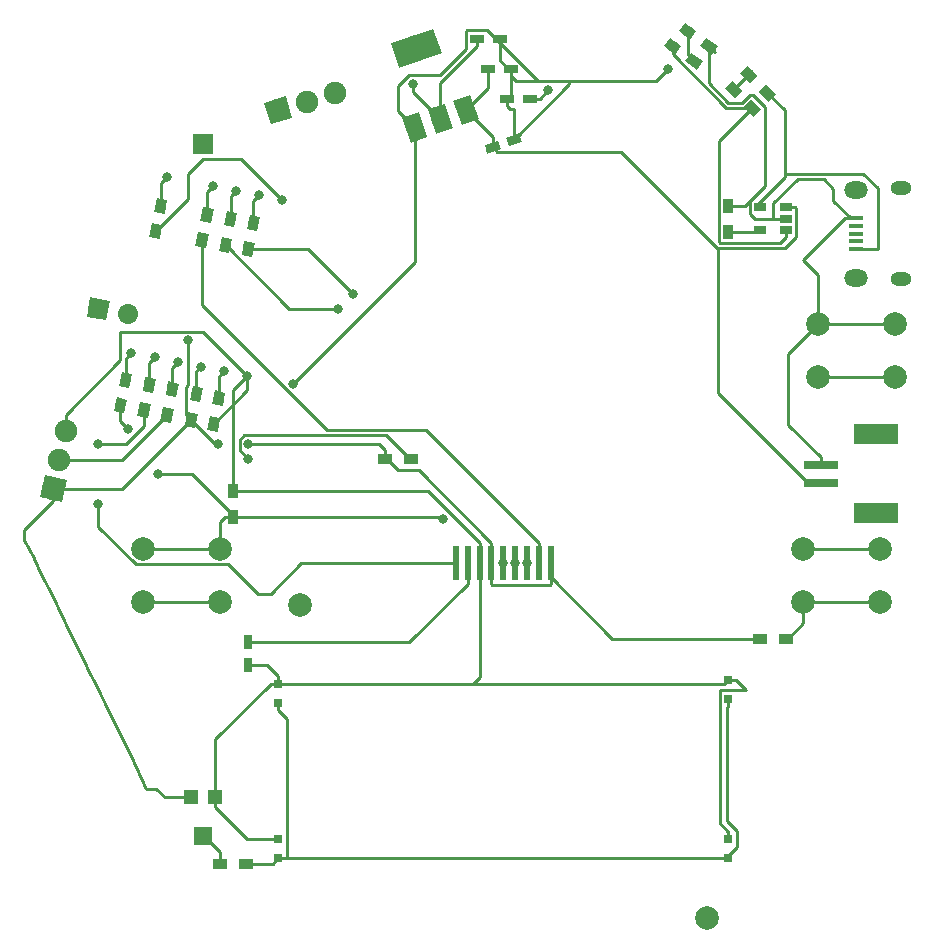
<source format=gbr>
G04 #@! TF.GenerationSoftware,KiCad,Pcbnew,(5.0.0-3-g5ebb6b6)*
G04 #@! TF.CreationDate,2019-01-19T11:57:15+01:00*
G04 #@! TF.ProjectId,Securityfest_2019_badge_beta,5365637572697479666573745F323031,rev?*
G04 #@! TF.SameCoordinates,Original*
G04 #@! TF.FileFunction,Copper,L1,Top,Signal*
G04 #@! TF.FilePolarity,Positive*
%FSLAX46Y46*%
G04 Gerber Fmt 4.6, Leading zero omitted, Abs format (unit mm)*
G04 Created by KiCad (PCBNEW (5.0.0-3-g5ebb6b6)) date 2019 January 19, Saturday 11:57:15*
%MOMM*%
%LPD*%
G01*
G04 APERTURE LIST*
G04 #@! TA.AperFunction,ComponentPad*
%ADD10C,2.000000*%
G04 #@! TD*
G04 #@! TA.AperFunction,ComponentPad*
%ADD11R,1.700000X1.700000*%
G04 #@! TD*
G04 #@! TA.AperFunction,ComponentPad*
%ADD12C,1.700000*%
G04 #@! TD*
G04 #@! TA.AperFunction,Conductor*
%ADD13C,0.100000*%
G04 #@! TD*
G04 #@! TA.AperFunction,Conductor*
%ADD14C,1.700000*%
G04 #@! TD*
G04 #@! TA.AperFunction,SMDPad,CuDef*
%ADD15R,1.600000X1.500000*%
G04 #@! TD*
G04 #@! TA.AperFunction,SMDPad,CuDef*
%ADD16R,1.200000X1.200000*%
G04 #@! TD*
G04 #@! TA.AperFunction,SMDPad,CuDef*
%ADD17R,0.800000X0.800000*%
G04 #@! TD*
G04 #@! TA.AperFunction,SMDPad,CuDef*
%ADD18R,1.200000X0.750000*%
G04 #@! TD*
G04 #@! TA.AperFunction,SMDPad,CuDef*
%ADD19C,0.750000*%
G04 #@! TD*
G04 #@! TA.AperFunction,SMDPad,CuDef*
%ADD20R,0.750000X1.200000*%
G04 #@! TD*
G04 #@! TA.AperFunction,SMDPad,CuDef*
%ADD21C,0.900000*%
G04 #@! TD*
G04 #@! TA.AperFunction,ComponentPad*
%ADD22O,1.800000X1.150000*%
G04 #@! TD*
G04 #@! TA.AperFunction,ComponentPad*
%ADD23O,2.000000X1.450000*%
G04 #@! TD*
G04 #@! TA.AperFunction,SMDPad,CuDef*
%ADD24R,1.300000X0.450000*%
G04 #@! TD*
G04 #@! TA.AperFunction,SMDPad,CuDef*
%ADD25R,3.800000X1.800000*%
G04 #@! TD*
G04 #@! TA.AperFunction,SMDPad,CuDef*
%ADD26R,3.000000X0.800000*%
G04 #@! TD*
G04 #@! TA.AperFunction,SMDPad,CuDef*
%ADD27R,0.900000X1.200000*%
G04 #@! TD*
G04 #@! TA.AperFunction,SMDPad,CuDef*
%ADD28R,1.200000X0.900000*%
G04 #@! TD*
G04 #@! TA.AperFunction,ComponentPad*
%ADD29C,1.900000*%
G04 #@! TD*
G04 #@! TA.AperFunction,SMDPad,CuDef*
%ADD30R,1.060000X0.650000*%
G04 #@! TD*
G04 #@! TA.AperFunction,SMDPad,CuDef*
%ADD31C,1.500000*%
G04 #@! TD*
G04 #@! TA.AperFunction,SMDPad,CuDef*
%ADD32C,2.200000*%
G04 #@! TD*
G04 #@! TA.AperFunction,ViaPad*
%ADD33C,2.000000*%
G04 #@! TD*
G04 #@! TA.AperFunction,SMDPad,CuDef*
%ADD34R,0.600000X3.000000*%
G04 #@! TD*
G04 #@! TA.AperFunction,ViaPad*
%ADD35C,0.800000*%
G04 #@! TD*
G04 #@! TA.AperFunction,Conductor*
%ADD36C,0.250000*%
G04 #@! TD*
G04 APERTURE END LIST*
D10*
G04 #@! TO.P,SW3,1*
G04 #@! TO.N,GND*
X185570000Y-69850000D03*
G04 #@! TO.P,SW3,2*
G04 #@! TO.N,Net-(SW3-Pad2)*
X185570000Y-74350000D03*
G04 #@! TO.P,SW3,1*
G04 #@! TO.N,GND*
X179070000Y-69850000D03*
G04 #@! TO.P,SW3,2*
G04 #@! TO.N,Net-(SW3-Pad2)*
X179070000Y-74350000D03*
G04 #@! TD*
D11*
G04 #@! TO.P,GPIO16,1*
G04 #@! TO.N,Net-(J3-Pad1)*
X127000000Y-54610000D03*
G04 #@! TD*
D12*
G04 #@! TO.P,TX/RX,1*
G04 #@! TO.N,Net-(J4-Pad1)*
X118110000Y-68580000D03*
D13*
G04 #@! TD*
G04 #@! TO.N,Net-(J4-Pad1)*
G04 #@! TO.C,TX/RX*
G36*
X117113429Y-69252195D02*
X117437805Y-67583429D01*
X119106571Y-67907805D01*
X118782195Y-69576571D01*
X117113429Y-69252195D01*
X117113429Y-69252195D01*
G37*
D12*
G04 #@! TO.P,TX/RX,2*
G04 #@! TO.N,Net-(J4-Pad2)*
X120603333Y-69064655D03*
D14*
G04 #@! TD*
G04 #@! TO.N,Net-(J4-Pad2)*
G04 #@! TO.C,TX/RX*
X120603333Y-69064655D02*
X120603333Y-69064655D01*
D15*
G04 #@! TO.P,RV1,2*
G04 #@! TO.N,Net-(R7-Pad2)*
X127000000Y-113210000D03*
D16*
G04 #@! TO.P,RV1,1*
G04 #@! TO.N,GND*
X128000000Y-109960000D03*
G04 #@! TO.P,RV1,3*
G04 #@! TO.N,+3V3*
X126000000Y-109960000D03*
G04 #@! TD*
D17*
G04 #@! TO.P,D6,1*
G04 #@! TO.N,GND*
X171450000Y-113500000D03*
G04 #@! TO.P,D6,2*
G04 #@! TO.N,Net-(D3-Pad2)*
X171450000Y-115100000D03*
G04 #@! TD*
G04 #@! TO.P,D5,2*
G04 #@! TO.N,Net-(D3-Pad2)*
X171450000Y-101600000D03*
G04 #@! TO.P,D5,1*
G04 #@! TO.N,GND*
X171450000Y-100000000D03*
G04 #@! TD*
G04 #@! TO.P,D3,2*
G04 #@! TO.N,Net-(D3-Pad2)*
X133350000Y-101930000D03*
G04 #@! TO.P,D3,1*
G04 #@! TO.N,GND*
X133350000Y-100330000D03*
G04 #@! TD*
G04 #@! TO.P,D4,2*
G04 #@! TO.N,Net-(D3-Pad2)*
X133350000Y-115100000D03*
G04 #@! TO.P,D4,1*
G04 #@! TO.N,GND*
X133350000Y-113500000D03*
G04 #@! TD*
D18*
G04 #@! TO.P,C1,2*
G04 #@! TO.N,Net-(C1-Pad2)*
X154620000Y-50800000D03*
G04 #@! TO.P,C1,1*
G04 #@! TO.N,GND*
X152720000Y-50800000D03*
G04 #@! TD*
G04 #@! TO.P,C2,2*
G04 #@! TO.N,Net-(C2-Pad2)*
X151130000Y-48260000D03*
G04 #@! TO.P,C2,1*
G04 #@! TO.N,GND*
X153030000Y-48260000D03*
G04 #@! TD*
D19*
G04 #@! TO.P,C3,1*
G04 #@! TO.N,GND*
X153298243Y-54300710D03*
D13*
G04 #@! TD*
G04 #@! TO.N,GND*
G04 #@! TO.C,C3*
G36*
X153743466Y-53750800D02*
X153987642Y-54459939D01*
X152853020Y-54850620D01*
X152608844Y-54141481D01*
X153743466Y-53750800D01*
X153743466Y-53750800D01*
G37*
D19*
G04 #@! TO.P,C3,2*
G04 #@! TO.N,Net-(C2-Pad2)*
X151501757Y-54919290D03*
D13*
G04 #@! TD*
G04 #@! TO.N,Net-(C2-Pad2)*
G04 #@! TO.C,C3*
G36*
X151946980Y-54369380D02*
X152191156Y-55078519D01*
X151056534Y-55469200D01*
X150812358Y-54760061D01*
X151946980Y-54369380D01*
X151946980Y-54369380D01*
G37*
D18*
G04 #@! TO.P,C4,2*
G04 #@! TO.N,/3.3V*
X150180000Y-45720000D03*
G04 #@! TO.P,C4,1*
G04 #@! TO.N,GND*
X152080000Y-45720000D03*
G04 #@! TD*
D20*
G04 #@! TO.P,C5,1*
G04 #@! TO.N,GND*
X130810000Y-98740000D03*
G04 #@! TO.P,C5,2*
G04 #@! TO.N,Net-(C5-Pad2)*
X130810000Y-96840000D03*
G04 #@! TD*
D21*
G04 #@! TO.P,D1,2*
G04 #@! TO.N,Net-(C1-Pad2)*
X174767817Y-50307817D03*
D13*
G04 #@! TD*
G04 #@! TO.N,Net-(C1-Pad2)*
G04 #@! TO.C,D1*
G36*
X174025355Y-50201751D02*
X174661751Y-49565355D01*
X175510279Y-50413883D01*
X174873883Y-51050279D01*
X174025355Y-50201751D01*
X174025355Y-50201751D01*
G37*
D21*
G04 #@! TO.P,D1,1*
G04 #@! TO.N,Net-(D1-Pad1)*
X173212183Y-48752183D03*
D13*
G04 #@! TD*
G04 #@! TO.N,Net-(D1-Pad1)*
G04 #@! TO.C,D1*
G36*
X172469721Y-48646117D02*
X173106117Y-48009721D01*
X173954645Y-48858249D01*
X173318249Y-49494645D01*
X172469721Y-48646117D01*
X172469721Y-48646117D01*
G37*
D21*
G04 #@! TO.P,D2,2*
G04 #@! TO.N,Net-(D2-Pad2)*
X168008933Y-45089066D03*
D13*
G04 #@! TD*
G04 #@! TO.N,Net-(D2-Pad2)*
G04 #@! TO.C,D2*
G36*
X168758534Y-45064593D02*
X168242315Y-45801830D01*
X167259332Y-45113539D01*
X167775551Y-44376302D01*
X168758534Y-45064593D01*
X168758534Y-45064593D01*
G37*
D21*
G04 #@! TO.P,D2,1*
G04 #@! TO.N,GND*
X169811067Y-46350934D03*
D13*
G04 #@! TD*
G04 #@! TO.N,GND*
G04 #@! TO.C,D2*
G36*
X170560668Y-46326461D02*
X170044449Y-47063698D01*
X169061466Y-46375407D01*
X169577685Y-45638170D01*
X170560668Y-46326461D01*
X170560668Y-46326461D01*
G37*
D22*
G04 #@! TO.P,J1,6*
G04 #@! TO.N,N/C*
X186100000Y-58355000D03*
X186100000Y-66105000D03*
D23*
X182300000Y-58505000D03*
X182300000Y-65955000D03*
D24*
G04 #@! TO.P,J1,5*
G04 #@! TO.N,GND*
X182250000Y-60930000D03*
G04 #@! TO.P,J1,4*
G04 #@! TO.N,Net-(J1-Pad4)*
X182250000Y-61580000D03*
G04 #@! TO.P,J1,3*
G04 #@! TO.N,Net-(J1-Pad3)*
X182250000Y-62230000D03*
G04 #@! TO.P,J1,2*
G04 #@! TO.N,Net-(J1-Pad2)*
X182250000Y-62880000D03*
G04 #@! TO.P,J1,1*
G04 #@! TO.N,Net-(C1-Pad2)*
X182250000Y-63530000D03*
G04 #@! TD*
D25*
G04 #@! TO.P,J2,*
G04 #@! TO.N,*
X183960000Y-85900000D03*
X183960000Y-79200000D03*
D26*
G04 #@! TO.P,J2,2*
G04 #@! TO.N,GND*
X179260000Y-81800000D03*
G04 #@! TO.P,J2,1*
G04 #@! TO.N,Net-(C2-Pad2)*
X179260000Y-83300000D03*
G04 #@! TD*
D27*
G04 #@! TO.P,R1,1*
G04 #@! TO.N,Net-(R1-Pad1)*
X171450000Y-62060000D03*
G04 #@! TO.P,R1,2*
G04 #@! TO.N,GND*
X171450000Y-59860000D03*
G04 #@! TD*
D21*
G04 #@! TO.P,R2,1*
G04 #@! TO.N,Net-(D1-Pad1)*
X171942183Y-50022183D03*
D13*
G04 #@! TD*
G04 #@! TO.N,Net-(D1-Pad1)*
G04 #@! TO.C,R2*
G36*
X171199721Y-49916117D02*
X171836117Y-49279721D01*
X172684645Y-50128249D01*
X172048249Y-50764645D01*
X171199721Y-49916117D01*
X171199721Y-49916117D01*
G37*
D21*
G04 #@! TO.P,R2,2*
G04 #@! TO.N,Net-(R2-Pad2)*
X173497817Y-51577817D03*
D13*
G04 #@! TD*
G04 #@! TO.N,Net-(R2-Pad2)*
G04 #@! TO.C,R2*
G36*
X172755355Y-51471751D02*
X173391751Y-50835355D01*
X174240279Y-51683883D01*
X173603883Y-52320279D01*
X172755355Y-51471751D01*
X172755355Y-51471751D01*
G37*
D21*
G04 #@! TO.P,R3,2*
G04 #@! TO.N,Net-(R2-Pad2)*
X166738933Y-46359066D03*
D13*
G04 #@! TD*
G04 #@! TO.N,Net-(R2-Pad2)*
G04 #@! TO.C,R3*
G36*
X167488534Y-46334593D02*
X166972315Y-47071830D01*
X165989332Y-46383539D01*
X166505551Y-45646302D01*
X167488534Y-46334593D01*
X167488534Y-46334593D01*
G37*
D21*
G04 #@! TO.P,R3,1*
G04 #@! TO.N,Net-(D2-Pad2)*
X168541067Y-47620934D03*
D13*
G04 #@! TD*
G04 #@! TO.N,Net-(D2-Pad2)*
G04 #@! TO.C,R3*
G36*
X169290668Y-47596461D02*
X168774449Y-48333698D01*
X167791466Y-47645407D01*
X168307685Y-46908170D01*
X169290668Y-47596461D01*
X169290668Y-47596461D01*
G37*
D28*
G04 #@! TO.P,R4,1*
G04 #@! TO.N,+3V3*
X142410000Y-81280000D03*
G04 #@! TO.P,R4,2*
G04 #@! TO.N,Net-(R4-Pad2)*
X144610000Y-81280000D03*
G04 #@! TD*
G04 #@! TO.P,R5,2*
G04 #@! TO.N,Net-(R5-Pad2)*
X176360000Y-96520000D03*
G04 #@! TO.P,R5,1*
G04 #@! TO.N,+3V3*
X174160000Y-96520000D03*
G04 #@! TD*
D27*
G04 #@! TO.P,R6,2*
G04 #@! TO.N,GND*
X129540000Y-83990000D03*
G04 #@! TO.P,R6,1*
G04 #@! TO.N,Net-(R6-Pad1)*
X129540000Y-86190000D03*
G04 #@! TD*
D28*
G04 #@! TO.P,R7,2*
G04 #@! TO.N,Net-(R7-Pad2)*
X128440000Y-115570000D03*
G04 #@! TO.P,R7,1*
G04 #@! TO.N,Net-(D3-Pad2)*
X130640000Y-115570000D03*
G04 #@! TD*
D21*
G04 #@! TO.P,R8,2*
G04 #@! TO.N,+3V3*
X122974459Y-62038676D03*
D13*
G04 #@! TD*
G04 #@! TO.N,+3V3*
G04 #@! TO.C,R8*
G36*
X122650750Y-61362131D02*
X123533303Y-61538483D01*
X123298168Y-62715221D01*
X122415615Y-62538869D01*
X122650750Y-61362131D01*
X122650750Y-61362131D01*
G37*
D21*
G04 #@! TO.P,R8,1*
G04 #@! TO.N,Net-(R8-Pad1)*
X123405541Y-59881324D03*
D13*
G04 #@! TD*
G04 #@! TO.N,Net-(R8-Pad1)*
G04 #@! TO.C,R8*
G36*
X123081832Y-59204779D02*
X123964385Y-59381131D01*
X123729250Y-60557869D01*
X122846697Y-60381517D01*
X123081832Y-59204779D01*
X123081832Y-59204779D01*
G37*
D21*
G04 #@! TO.P,R9,2*
G04 #@! TO.N,Net-(R9-Pad2)*
X126884459Y-62778676D03*
D13*
G04 #@! TD*
G04 #@! TO.N,Net-(R9-Pad2)*
G04 #@! TO.C,R9*
G36*
X126560750Y-62102131D02*
X127443303Y-62278483D01*
X127208168Y-63455221D01*
X126325615Y-63278869D01*
X126560750Y-62102131D01*
X126560750Y-62102131D01*
G37*
D21*
G04 #@! TO.P,R9,1*
G04 #@! TO.N,Net-(R9-Pad1)*
X127315541Y-60621324D03*
D13*
G04 #@! TD*
G04 #@! TO.N,Net-(R9-Pad1)*
G04 #@! TO.C,R9*
G36*
X126991832Y-59944779D02*
X127874385Y-60121131D01*
X127639250Y-61297869D01*
X126756697Y-61121517D01*
X126991832Y-59944779D01*
X126991832Y-59944779D01*
G37*
D21*
G04 #@! TO.P,R10,1*
G04 #@! TO.N,Net-(R10-Pad1)*
X129315541Y-61021324D03*
D13*
G04 #@! TD*
G04 #@! TO.N,Net-(R10-Pad1)*
G04 #@! TO.C,R10*
G36*
X128991832Y-60344779D02*
X129874385Y-60521131D01*
X129639250Y-61697869D01*
X128756697Y-61521517D01*
X128991832Y-60344779D01*
X128991832Y-60344779D01*
G37*
D21*
G04 #@! TO.P,R10,2*
G04 #@! TO.N,Net-(R10-Pad2)*
X128884459Y-63178676D03*
D13*
G04 #@! TD*
G04 #@! TO.N,Net-(R10-Pad2)*
G04 #@! TO.C,R10*
G36*
X128560750Y-62502131D02*
X129443303Y-62678483D01*
X129208168Y-63855221D01*
X128325615Y-63678869D01*
X128560750Y-62502131D01*
X128560750Y-62502131D01*
G37*
D21*
G04 #@! TO.P,R11,2*
G04 #@! TO.N,Net-(R11-Pad2)*
X130810000Y-63500000D03*
D13*
G04 #@! TD*
G04 #@! TO.N,Net-(R11-Pad2)*
G04 #@! TO.C,R11*
G36*
X130486291Y-62823455D02*
X131368844Y-62999807D01*
X131133709Y-64176545D01*
X130251156Y-64000193D01*
X130486291Y-62823455D01*
X130486291Y-62823455D01*
G37*
D21*
G04 #@! TO.P,R11,1*
G04 #@! TO.N,Net-(R11-Pad1)*
X131241082Y-61342648D03*
D13*
G04 #@! TD*
G04 #@! TO.N,Net-(R11-Pad1)*
G04 #@! TO.C,R11*
G36*
X130917373Y-60666103D02*
X131799926Y-60842455D01*
X131564791Y-62019193D01*
X130682238Y-61842841D01*
X130917373Y-60666103D01*
X130917373Y-60666103D01*
G37*
D21*
G04 #@! TO.P,R12,1*
G04 #@! TO.N,Net-(R12-Pad1)*
X119984459Y-76778676D03*
D13*
G04 #@! TD*
G04 #@! TO.N,Net-(R12-Pad1)*
G04 #@! TO.C,R12*
G36*
X120308168Y-77455221D02*
X119425615Y-77278869D01*
X119660750Y-76102131D01*
X120543303Y-76278483D01*
X120308168Y-77455221D01*
X120308168Y-77455221D01*
G37*
D21*
G04 #@! TO.P,R12,2*
G04 #@! TO.N,Net-(R12-Pad2)*
X120415541Y-74621324D03*
D13*
G04 #@! TD*
G04 #@! TO.N,Net-(R12-Pad2)*
G04 #@! TO.C,R12*
G36*
X120739250Y-75297869D02*
X119856697Y-75121517D01*
X120091832Y-73944779D01*
X120974385Y-74121131D01*
X120739250Y-75297869D01*
X120739250Y-75297869D01*
G37*
D21*
G04 #@! TO.P,R13,2*
G04 #@! TO.N,Net-(R13-Pad2)*
X122415541Y-75021324D03*
D13*
G04 #@! TD*
G04 #@! TO.N,Net-(R13-Pad2)*
G04 #@! TO.C,R13*
G36*
X122739250Y-75697869D02*
X121856697Y-75521517D01*
X122091832Y-74344779D01*
X122974385Y-74521131D01*
X122739250Y-75697869D01*
X122739250Y-75697869D01*
G37*
D21*
G04 #@! TO.P,R13,1*
G04 #@! TO.N,Net-(R13-Pad1)*
X121984459Y-77178676D03*
D13*
G04 #@! TD*
G04 #@! TO.N,Net-(R13-Pad1)*
G04 #@! TO.C,R13*
G36*
X122308168Y-77855221D02*
X121425615Y-77678869D01*
X121660750Y-76502131D01*
X122543303Y-76678483D01*
X122308168Y-77855221D01*
X122308168Y-77855221D01*
G37*
D21*
G04 #@! TO.P,R14,1*
G04 #@! TO.N,Net-(R14-Pad1)*
X123934459Y-77578676D03*
D13*
G04 #@! TD*
G04 #@! TO.N,Net-(R14-Pad1)*
G04 #@! TO.C,R14*
G36*
X124258168Y-78255221D02*
X123375615Y-78078869D01*
X123610750Y-76902131D01*
X124493303Y-77078483D01*
X124258168Y-78255221D01*
X124258168Y-78255221D01*
G37*
D21*
G04 #@! TO.P,R14,2*
G04 #@! TO.N,Net-(R14-Pad2)*
X124365541Y-75421324D03*
D13*
G04 #@! TD*
G04 #@! TO.N,Net-(R14-Pad2)*
G04 #@! TO.C,R14*
G36*
X124689250Y-76097869D02*
X123806697Y-75921517D01*
X124041832Y-74744779D01*
X124924385Y-74921131D01*
X124689250Y-76097869D01*
X124689250Y-76097869D01*
G37*
D21*
G04 #@! TO.P,R15,1*
G04 #@! TO.N,+3V3*
X125984459Y-77978676D03*
D13*
G04 #@! TD*
G04 #@! TO.N,+3V3*
G04 #@! TO.C,R15*
G36*
X126308168Y-78655221D02*
X125425615Y-78478869D01*
X125660750Y-77302131D01*
X126543303Y-77478483D01*
X126308168Y-78655221D01*
X126308168Y-78655221D01*
G37*
D21*
G04 #@! TO.P,R15,2*
G04 #@! TO.N,Net-(R15-Pad2)*
X126415541Y-75821324D03*
D13*
G04 #@! TD*
G04 #@! TO.N,Net-(R15-Pad2)*
G04 #@! TO.C,R15*
G36*
X126739250Y-76497869D02*
X125856697Y-76321517D01*
X126091832Y-75144779D01*
X126974385Y-75321131D01*
X126739250Y-76497869D01*
X126739250Y-76497869D01*
G37*
D21*
G04 #@! TO.P,R16,1*
G04 #@! TO.N,GND*
X127884459Y-78338676D03*
D13*
G04 #@! TD*
G04 #@! TO.N,GND*
G04 #@! TO.C,R16*
G36*
X128208168Y-79015221D02*
X127325615Y-78838869D01*
X127560750Y-77662131D01*
X128443303Y-77838483D01*
X128208168Y-79015221D01*
X128208168Y-79015221D01*
G37*
D21*
G04 #@! TO.P,R16,2*
G04 #@! TO.N,Net-(R16-Pad2)*
X128315541Y-76181324D03*
D13*
G04 #@! TD*
G04 #@! TO.N,Net-(R16-Pad2)*
G04 #@! TO.C,R16*
G36*
X128639250Y-76857869D02*
X127756697Y-76681517D01*
X127991832Y-75504779D01*
X128874385Y-75681131D01*
X128639250Y-76857869D01*
X128639250Y-76857869D01*
G37*
D29*
G04 #@! TO.P,S1,1*
G04 #@! TO.N,+3V3*
X133350000Y-51800000D03*
D13*
G04 #@! TD*
G04 #@! TO.N,+3V3*
G04 #@! TO.C,S1*
G36*
X132719264Y-52986243D02*
X132163757Y-51169264D01*
X133980736Y-50613757D01*
X134536243Y-52430736D01*
X132719264Y-52986243D01*
X132719264Y-52986243D01*
G37*
D29*
G04 #@! TO.P,S1,2*
G04 #@! TO.N,/3.3V*
X135740762Y-51069071D03*
G04 #@! TO.P,S1,3*
G04 #@! TO.N,Net-(S1-Pad3)*
X138131524Y-50338141D03*
G04 #@! TD*
G04 #@! TO.P,S2,3*
G04 #@! TO.N,GND*
X115339558Y-78929262D03*
G04 #@! TO.P,S2,2*
G04 #@! TO.N,Net-(R14-Pad1)*
X114819779Y-81374631D03*
G04 #@! TO.P,S2,1*
G04 #@! TO.N,+3V3*
X114300000Y-83820000D03*
D13*
G04 #@! TD*
G04 #@! TO.N,+3V3*
G04 #@! TO.C,S2*
G36*
X115031724Y-84946756D02*
X113173244Y-84551724D01*
X113568276Y-82693244D01*
X115426756Y-83088276D01*
X115031724Y-84946756D01*
X115031724Y-84946756D01*
G37*
D10*
G04 #@! TO.P,SW1,1*
G04 #@! TO.N,Net-(R6-Pad1)*
X128420000Y-88900000D03*
G04 #@! TO.P,SW1,2*
G04 #@! TO.N,Net-(R4-Pad2)*
X128420000Y-93400000D03*
G04 #@! TO.P,SW1,1*
G04 #@! TO.N,Net-(R6-Pad1)*
X121920000Y-88900000D03*
G04 #@! TO.P,SW1,2*
G04 #@! TO.N,Net-(R4-Pad2)*
X121920000Y-93400000D03*
G04 #@! TD*
G04 #@! TO.P,SW2,2*
G04 #@! TO.N,Net-(R5-Pad2)*
X177800000Y-93400000D03*
G04 #@! TO.P,SW2,1*
G04 #@! TO.N,Net-(R6-Pad1)*
X177800000Y-88900000D03*
G04 #@! TO.P,SW2,2*
G04 #@! TO.N,Net-(R5-Pad2)*
X184300000Y-93400000D03*
G04 #@! TO.P,SW2,1*
G04 #@! TO.N,Net-(R6-Pad1)*
X184300000Y-88900000D03*
G04 #@! TD*
D30*
G04 #@! TO.P,U1,5*
G04 #@! TO.N,Net-(R1-Pad1)*
X174160000Y-61910000D03*
G04 #@! TO.P,U1,4*
G04 #@! TO.N,Net-(C1-Pad2)*
X174160000Y-60010000D03*
G04 #@! TO.P,U1,3*
G04 #@! TO.N,Net-(C2-Pad2)*
X176360000Y-60010000D03*
G04 #@! TO.P,U1,2*
G04 #@! TO.N,GND*
X176360000Y-60960000D03*
G04 #@! TO.P,U1,1*
G04 #@! TO.N,Net-(R2-Pad2)*
X176360000Y-61910000D03*
G04 #@! TD*
D31*
G04 #@! TO.P,U2,3*
G04 #@! TO.N,Net-(C2-Pad2)*
X149250232Y-51759577D03*
D13*
G04 #@! TD*
G04 #@! TO.N,Net-(C2-Pad2)*
G04 #@! TO.C,U2*
G36*
X148899218Y-53043824D02*
X148182968Y-50963683D01*
X149601246Y-50475330D01*
X150317496Y-52555471D01*
X148899218Y-53043824D01*
X148899218Y-53043824D01*
G37*
D31*
G04 #@! TO.P,U2,2*
G04 #@! TO.N,/3.3V*
X147075540Y-52508384D03*
D13*
G04 #@! TD*
G04 #@! TO.N,/3.3V*
G04 #@! TO.C,U2*
G36*
X146724526Y-53792631D02*
X146008276Y-51712490D01*
X147426554Y-51224137D01*
X148142804Y-53304278D01*
X146724526Y-53792631D01*
X146724526Y-53792631D01*
G37*
D31*
G04 #@! TO.P,U2,1*
G04 #@! TO.N,GND*
X144900847Y-53257190D03*
D13*
G04 #@! TD*
G04 #@! TO.N,GND*
G04 #@! TO.C,U2*
G36*
X144549833Y-54541437D02*
X143833583Y-52461296D01*
X145251861Y-51972943D01*
X145968111Y-54053084D01*
X144549833Y-54541437D01*
X144549833Y-54541437D01*
G37*
D32*
G04 #@! TO.P,U2,4*
G04 #@! TO.N,N/C*
X145024460Y-46551616D03*
D13*
G04 #@! TD*
G04 #@! TO.N,N/C*
G04 #@! TO.C,U2*
G36*
X143586100Y-48210266D02*
X142869850Y-46130125D01*
X146462820Y-44892966D01*
X147179070Y-46973107D01*
X143586100Y-48210266D01*
X143586100Y-48210266D01*
G37*
D33*
G04 #@! TO.N,*
G04 #@! TO.C,U3*
X169650000Y-120130000D03*
D34*
G04 #@! TD*
G04 #@! TO.P,U3,9*
G04 #@! TO.N,+3V3*
X156400000Y-90130000D03*
G04 #@! TO.P,U3,8*
G04 #@! TO.N,Net-(R9-Pad2)*
X155400000Y-90130000D03*
G04 #@! TO.P,U3,7*
G04 #@! TO.N,Net-(R11-Pad2)*
X154400000Y-90130000D03*
G04 #@! TO.P,U3,6*
G04 #@! TO.N,Net-(R10-Pad2)*
X153400000Y-90130000D03*
G04 #@! TO.P,U3,1*
G04 #@! TO.N,Net-(R13-Pad1)*
X148400000Y-90130000D03*
G04 #@! TO.P,U3,2*
G04 #@! TO.N,Net-(C5-Pad2)*
X149400000Y-90130000D03*
G04 #@! TO.P,U3,5*
G04 #@! TO.N,Net-(R12-Pad1)*
X152400000Y-90130000D03*
G04 #@! TO.P,U3,4*
G04 #@! TO.N,+3V3*
X151400000Y-90130000D03*
G04 #@! TO.P,U3,3*
G04 #@! TO.N,GND*
X150400000Y-90130000D03*
D33*
G04 #@! TD*
G04 #@! TO.N,*
G04 #@! TO.C,U3*
X135150000Y-93630000D03*
D35*
G04 #@! TO.N,Net-(C1-Pad2)*
X156210000Y-50065000D03*
X174767817Y-50307817D03*
G04 #@! TO.N,GND*
X134620000Y-74930000D03*
X130727263Y-74280106D03*
X166370000Y-48260000D03*
X169811067Y-46350934D03*
G04 #@! TO.N,/3.3V*
X144780000Y-49530000D03*
G04 #@! TO.N,+3V3*
X128270000Y-80010000D03*
X130810000Y-80010000D03*
X133705645Y-59374763D03*
X125730000Y-71259469D03*
X122974459Y-62038676D03*
G04 #@! TO.N,Net-(R4-Pad2)*
X130810000Y-81280000D03*
X128420000Y-93400000D03*
G04 #@! TO.N,Net-(R6-Pad1)*
X123190000Y-82550000D03*
X147320000Y-86360000D03*
X177800000Y-88900000D03*
G04 #@! TO.N,Net-(R8-Pad1)*
X123899498Y-57415302D03*
G04 #@! TO.N,Net-(R9-Pad1)*
X127821957Y-58199086D03*
G04 #@! TO.N,Net-(R10-Pad1)*
X129783186Y-58590979D03*
G04 #@! TO.N,Net-(R10-Pad2)*
X138430000Y-68580000D03*
X153400000Y-90130000D03*
G04 #@! TO.N,Net-(R11-Pad2)*
X139700000Y-67310000D03*
X154400000Y-90130000D03*
G04 #@! TO.N,Net-(R11-Pad1)*
X131744415Y-58982871D03*
G04 #@! TO.N,Net-(R12-Pad1)*
X120650000Y-78740000D03*
X152400000Y-90130000D03*
G04 #@! TO.N,Net-(R12-Pad2)*
X120921117Y-72320644D03*
G04 #@! TO.N,Net-(R13-Pad2)*
X122882346Y-72712537D03*
G04 #@! TO.N,Net-(R13-Pad1)*
X118110000Y-85090000D03*
X118110000Y-80010000D03*
G04 #@! TO.N,Net-(R14-Pad2)*
X124843575Y-73104429D03*
G04 #@! TO.N,Net-(R15-Pad2)*
X126804805Y-73496321D03*
G04 #@! TO.N,Net-(R16-Pad2)*
X128766034Y-73888214D03*
G04 #@! TO.N,Net-(SW3-Pad2)*
X179070000Y-74350000D03*
G04 #@! TD*
D36*
G04 #@! TO.N,Net-(C1-Pad2)*
X174160000Y-59860000D02*
X174160000Y-60010000D01*
X173990000Y-59690000D02*
X174160000Y-59860000D01*
X176225010Y-57454990D02*
X173990000Y-59690000D01*
X182880000Y-57150000D02*
X176225010Y-57150000D01*
X176225010Y-57150000D02*
X176225010Y-57454990D01*
X184120000Y-58390000D02*
X182880000Y-57150000D01*
X184120000Y-63530000D02*
X184120000Y-58390000D01*
X182250000Y-63530000D02*
X184120000Y-63530000D01*
X176225010Y-51765010D02*
X174767817Y-50307817D01*
X176225010Y-57150000D02*
X176225010Y-51765010D01*
X155475000Y-50800000D02*
X156210000Y-50065000D01*
X154620000Y-50800000D02*
X155475000Y-50800000D01*
G04 #@! TO.N,GND*
X176390000Y-60930000D02*
X176360000Y-60960000D01*
X175260000Y-60960000D02*
X175580000Y-60960000D01*
X173304999Y-60595001D02*
X173669998Y-60960000D01*
X173669998Y-60960000D02*
X175260000Y-60960000D01*
X173304999Y-59424999D02*
X173304999Y-60595001D01*
X181825000Y-60930000D02*
X180340000Y-59445000D01*
X177329988Y-57600010D02*
X175260000Y-59669998D01*
X175260000Y-59669998D02*
X175260000Y-60960000D01*
X179520010Y-57600010D02*
X177329988Y-57600010D01*
X180340000Y-59445000D02*
X180340000Y-58420000D01*
X180340000Y-58420000D02*
X179520010Y-57600010D01*
X182250000Y-60930000D02*
X181825000Y-60930000D01*
X172869998Y-59860000D02*
X173304999Y-59424999D01*
X171450000Y-59860000D02*
X172869998Y-59860000D01*
X152805000Y-48260000D02*
X153030000Y-48260000D01*
X152080000Y-47535000D02*
X152805000Y-48260000D01*
X152080000Y-45720000D02*
X152080000Y-47535000D01*
X153030000Y-50490000D02*
X152720000Y-50800000D01*
X153030000Y-48260000D02*
X153030000Y-50490000D01*
X153298243Y-54300710D02*
X153298243Y-51698243D01*
X152720000Y-51425000D02*
X152720000Y-50800000D01*
X152993243Y-51698243D02*
X152720000Y-51425000D01*
X153298243Y-51698243D02*
X152993243Y-51698243D01*
X169811067Y-46350934D02*
X170312586Y-46852453D01*
X174565289Y-58164709D02*
X173304999Y-59424999D01*
X172639663Y-51127807D02*
X173257125Y-50510345D01*
X169811067Y-49488233D02*
X171450641Y-51127807D01*
X173257125Y-50510345D02*
X173526377Y-50510345D01*
X171450641Y-51127807D02*
X172639663Y-51127807D01*
X169811067Y-46350934D02*
X169811067Y-49488233D01*
X174565289Y-51549257D02*
X174565289Y-58164709D01*
X173526377Y-50510345D02*
X174565289Y-51549257D01*
X158000000Y-49598953D02*
X158000000Y-49340000D01*
X153298243Y-54300710D02*
X158000000Y-49598953D01*
X144900847Y-64649153D02*
X134620000Y-74930000D01*
X144900847Y-53257190D02*
X144900847Y-64649153D01*
X130727263Y-75495872D02*
X130727263Y-74280106D01*
X127884459Y-78338676D02*
X130727263Y-75495872D01*
X132700000Y-100330000D02*
X133350000Y-100330000D01*
X128000000Y-105030000D02*
X132700000Y-100330000D01*
X128000000Y-109960000D02*
X128000000Y-105030000D01*
X128000000Y-110810000D02*
X128000000Y-109960000D01*
X130690000Y-113500000D02*
X128000000Y-110810000D01*
X133350000Y-113500000D02*
X130690000Y-113500000D01*
X171450000Y-112850000D02*
X171450000Y-113500000D01*
X170724999Y-112124999D02*
X171450000Y-112850000D01*
X170724999Y-100939999D02*
X170724999Y-112124999D01*
X170789999Y-100874999D02*
X170724999Y-100939999D01*
X172974999Y-100874999D02*
X170789999Y-100874999D01*
X172100000Y-100000000D02*
X172974999Y-100874999D01*
X171450000Y-100000000D02*
X172100000Y-100000000D01*
X171120000Y-100330000D02*
X171450000Y-100000000D01*
X150400000Y-90130000D02*
X150400000Y-99790000D01*
X150400000Y-99790000D02*
X149860000Y-100330000D01*
X149860000Y-100330000D02*
X171120000Y-100330000D01*
X133350000Y-100330000D02*
X149860000Y-100330000D01*
X119965531Y-72959787D02*
X119965531Y-70534469D01*
X115339558Y-77585760D02*
X119965531Y-72959787D01*
X115339558Y-78929262D02*
X115339558Y-77585760D01*
X126981626Y-70534469D02*
X130727263Y-74280106D01*
X119965531Y-70534469D02*
X126981626Y-70534469D01*
X150400000Y-88380000D02*
X150400000Y-90130000D01*
X146010000Y-83990000D02*
X150400000Y-88380000D01*
X129540000Y-83990000D02*
X146010000Y-83990000D01*
X129540000Y-75467369D02*
X130727263Y-74280106D01*
X129540000Y-83990000D02*
X129540000Y-75467369D01*
X175580000Y-60960000D02*
X176360000Y-60960000D01*
X181350000Y-60930000D02*
X182250000Y-60930000D01*
X177800000Y-64480000D02*
X181350000Y-60930000D01*
X133350000Y-99680000D02*
X133350000Y-100330000D01*
X132410000Y-98740000D02*
X133350000Y-99680000D01*
X130810000Y-98740000D02*
X132410000Y-98740000D01*
X153030000Y-48885000D02*
X153030000Y-48260000D01*
X153485000Y-49340000D02*
X153030000Y-48885000D01*
X158000000Y-49340000D02*
X153485000Y-49340000D01*
X144431999Y-48804999D02*
X143510000Y-49726998D01*
X147083591Y-48804999D02*
X144431999Y-48804999D01*
X149254999Y-46633591D02*
X147083591Y-48804999D01*
X149254999Y-45084999D02*
X149254999Y-46633591D01*
X149319999Y-45019999D02*
X149254999Y-45084999D01*
X151040001Y-45019999D02*
X149319999Y-45019999D01*
X155360002Y-49340000D02*
X151040001Y-45019999D01*
X158000000Y-49340000D02*
X155360002Y-49340000D01*
X143510000Y-51866343D02*
X144900847Y-53257190D01*
X143510000Y-49726998D02*
X143510000Y-51866343D01*
X179070000Y-65750000D02*
X177800000Y-64480000D01*
X179070000Y-69850000D02*
X179070000Y-65750000D01*
X179070000Y-69850000D02*
X185570000Y-69850000D01*
X179260000Y-81150000D02*
X176530000Y-78420000D01*
X179260000Y-81800000D02*
X179260000Y-81150000D01*
X176530000Y-72390000D02*
X179070000Y-69850000D01*
X176530000Y-78420000D02*
X176530000Y-72390000D01*
X165290000Y-49340000D02*
X166370000Y-48260000D01*
X158000000Y-49340000D02*
X165290000Y-49340000D01*
G04 #@! TO.N,Net-(C2-Pad2)*
X176274992Y-63435010D02*
X170553598Y-63435010D01*
X177215001Y-62495001D02*
X176274992Y-63435010D01*
X177215001Y-60085001D02*
X177215001Y-62495001D01*
X177140000Y-60010000D02*
X177215001Y-60085001D01*
X176360000Y-60010000D02*
X177140000Y-60010000D01*
X151501757Y-54011102D02*
X151501757Y-54919290D01*
X149250232Y-51759577D02*
X151501757Y-54011102D01*
X151130000Y-49879809D02*
X149250232Y-51759577D01*
X151130000Y-48260000D02*
X151130000Y-49879809D01*
X178160000Y-83300000D02*
X170553598Y-75693598D01*
X179260000Y-83300000D02*
X178160000Y-83300000D01*
X151501757Y-54919290D02*
X151867490Y-55285023D01*
X151867490Y-55285023D02*
X162338621Y-55285023D01*
X170553598Y-63500000D02*
X170553598Y-63435010D01*
X162338621Y-55285023D02*
X170553598Y-63500000D01*
X170553598Y-75693598D02*
X170553598Y-63500000D01*
G04 #@! TO.N,/3.3V*
X147075540Y-51245001D02*
X147075540Y-52508384D01*
X147075540Y-49449460D02*
X147075540Y-51245001D01*
X150180000Y-46345000D02*
X147075540Y-49449460D01*
X150180000Y-45720000D02*
X150180000Y-46345000D01*
X144780000Y-50212844D02*
X147075540Y-52508384D01*
X144780000Y-49530000D02*
X144780000Y-50212844D01*
G04 #@! TO.N,Net-(C5-Pad2)*
X149400000Y-91880000D02*
X149400000Y-90130000D01*
X144440000Y-96840000D02*
X149400000Y-91880000D01*
X130810000Y-96840000D02*
X144440000Y-96840000D01*
G04 #@! TO.N,Net-(D1-Pad1)*
X173212183Y-48752183D02*
X171942183Y-50022183D01*
G04 #@! TO.N,Net-(D2-Pad2)*
X168008933Y-47088800D02*
X168541067Y-47620934D01*
X168008933Y-45089066D02*
X168008933Y-47088800D01*
G04 #@! TO.N,Net-(D3-Pad2)*
X132880000Y-115570000D02*
X133350000Y-115100000D01*
X130640000Y-115570000D02*
X132880000Y-115570000D01*
X133350000Y-102580000D02*
X133350000Y-101930000D01*
X134075001Y-103305001D02*
X133350000Y-102580000D01*
X134075001Y-115024999D02*
X134075001Y-103305001D01*
X134000000Y-115100000D02*
X134075001Y-115024999D01*
X133350000Y-115100000D02*
X134000000Y-115100000D01*
X133350000Y-115100000D02*
X171450000Y-115100000D01*
X171450000Y-102250000D02*
X171450000Y-101600000D01*
X171324990Y-111928837D02*
X171324990Y-102375010D01*
X171324990Y-102375010D02*
X171450000Y-102250000D01*
X172175001Y-112778848D02*
X171324990Y-111928837D01*
X172175001Y-114160001D02*
X172175001Y-112778848D01*
X171235002Y-115100000D02*
X172175001Y-114160001D01*
X171450000Y-115100000D02*
X171235002Y-115100000D01*
G04 #@! TO.N,Net-(R1-Pad1)*
X174010000Y-62060000D02*
X174160000Y-61910000D01*
X171450000Y-62060000D02*
X174010000Y-62060000D01*
G04 #@! TO.N,Net-(R2-Pad2)*
X166738933Y-47052509D02*
X166738933Y-47008414D01*
X171264241Y-51577817D02*
X166738933Y-47052509D01*
X166738933Y-47008414D02*
X166738933Y-46359066D01*
X173497817Y-51577817D02*
X171264241Y-51577817D01*
X173108909Y-51966725D02*
X173497817Y-51577817D01*
X170674999Y-62920001D02*
X170674999Y-54400635D01*
X175859999Y-62985001D02*
X170739999Y-62985001D01*
X170739999Y-62985001D02*
X170674999Y-62920001D01*
X176360000Y-62485000D02*
X175859999Y-62985001D01*
X170674999Y-54400635D02*
X173108909Y-51966725D01*
X176360000Y-61910000D02*
X176360000Y-62485000D01*
G04 #@! TO.N,+3V3*
X114300000Y-84891223D02*
X114300000Y-83820000D01*
X111797301Y-88178360D02*
X111808053Y-87727806D01*
X111801153Y-88197913D02*
X111797301Y-88178360D01*
X112249349Y-88943243D02*
X111801153Y-88197913D01*
X112643175Y-89738945D02*
X112645479Y-89731701D01*
X113183409Y-90854400D02*
X112723506Y-89909586D01*
X112723506Y-89909586D02*
X112723072Y-89908662D01*
X116873813Y-98388011D02*
X115652266Y-95900591D01*
X114236040Y-93010556D02*
X113183409Y-90854400D01*
X115652266Y-95900591D02*
X114236040Y-93010556D01*
X112723657Y-89907001D02*
X112643175Y-89738945D01*
X112723072Y-89908662D02*
X112723657Y-89907001D01*
X117359069Y-99374973D02*
X117359076Y-99374952D01*
X117795979Y-100263797D02*
X117359069Y-99374973D01*
X117359076Y-99374952D02*
X116873813Y-98388011D01*
X111808053Y-87727806D02*
X111859664Y-87331559D01*
X117795957Y-100263862D02*
X117795979Y-100263797D01*
X119106488Y-102931827D02*
X117795957Y-100263862D01*
X122188160Y-109220000D02*
X120846854Y-106480756D01*
X120846905Y-106480605D02*
X119106440Y-102931968D01*
X120846854Y-106480756D02*
X120846905Y-106480605D01*
X112245547Y-88958517D02*
X112249349Y-88943243D01*
X123720000Y-109960000D02*
X122980000Y-109220000D01*
X112645479Y-89731701D02*
X112245547Y-88958517D01*
X119106440Y-102931968D02*
X119106488Y-102931827D01*
X122980000Y-109220000D02*
X122188160Y-109220000D01*
X111859664Y-87331559D02*
X114300000Y-84891223D01*
X126000000Y-109960000D02*
X123720000Y-109960000D01*
X120143135Y-83820000D02*
X125984459Y-77978676D01*
X114300000Y-83820000D02*
X120143135Y-83820000D01*
X125984459Y-77978676D02*
X128015783Y-80010000D01*
X128015783Y-80010000D02*
X128270000Y-80010000D01*
X142410000Y-80580000D02*
X142410000Y-81280000D01*
X141840000Y-80010000D02*
X142410000Y-80580000D01*
X130810000Y-80010000D02*
X141840000Y-80010000D01*
X122974459Y-62038676D02*
X125730000Y-59283135D01*
X125730000Y-59283135D02*
X125730000Y-57150000D01*
X125730000Y-57150000D02*
X127000000Y-55880000D01*
X130210882Y-55880000D02*
X133705645Y-59374763D01*
X127000000Y-55880000D02*
X130210882Y-55880000D01*
X156400000Y-91330000D02*
X156400000Y-90130000D01*
X161590000Y-96520000D02*
X156400000Y-91330000D01*
X174160000Y-96520000D02*
X161590000Y-96520000D01*
X156400000Y-91880000D02*
X156400000Y-90130000D01*
X156324999Y-91955001D02*
X156400000Y-91880000D01*
X151475001Y-91955001D02*
X156324999Y-91955001D01*
X151400000Y-91880000D02*
X151475001Y-91955001D01*
X151400000Y-90130000D02*
X151400000Y-91880000D01*
X151400000Y-88380000D02*
X151400000Y-90130000D01*
X145250000Y-82230000D02*
X151400000Y-88380000D01*
X143510000Y-82230000D02*
X145250000Y-82230000D01*
X142560000Y-81280000D02*
X143510000Y-82230000D01*
X142410000Y-81280000D02*
X142560000Y-81280000D01*
X125730000Y-75046976D02*
X125730000Y-71259469D01*
X125531279Y-75245697D02*
X125730000Y-75046976D01*
X125531279Y-77525496D02*
X125531279Y-75245697D01*
X125984459Y-77978676D02*
X125531279Y-77525496D01*
G04 #@! TO.N,Net-(R4-Pad2)*
X130084999Y-80554999D02*
X130810000Y-81280000D01*
X130461999Y-79284999D02*
X130084999Y-79661999D01*
X144460000Y-81280000D02*
X142464999Y-79284999D01*
X142464999Y-79284999D02*
X130461999Y-79284999D01*
X130084999Y-79661999D02*
X130084999Y-80554999D01*
X144610000Y-81280000D02*
X144460000Y-81280000D01*
X121920000Y-93400000D02*
X128420000Y-93400000D01*
G04 #@! TO.N,Net-(R5-Pad2)*
X177800000Y-95230000D02*
X177800000Y-94814213D01*
X176510000Y-96520000D02*
X177800000Y-95230000D01*
X177800000Y-94814213D02*
X177800000Y-93400000D01*
X176360000Y-96520000D02*
X176510000Y-96520000D01*
X182885787Y-93400000D02*
X177800000Y-93400000D01*
X184300000Y-93400000D02*
X182885787Y-93400000D01*
G04 #@! TO.N,Net-(R6-Pad1)*
X121920000Y-88900000D02*
X128420000Y-88900000D01*
X184300000Y-88900000D02*
X177800000Y-88900000D01*
X128840000Y-86190000D02*
X129540000Y-86190000D01*
X128420000Y-86610000D02*
X128840000Y-86190000D01*
X128420000Y-88900000D02*
X128420000Y-86610000D01*
X126050000Y-82550000D02*
X123190000Y-82550000D01*
X129540000Y-86040000D02*
X126050000Y-82550000D01*
X129540000Y-86190000D02*
X129540000Y-86040000D01*
X147150000Y-86190000D02*
X147320000Y-86360000D01*
X129540000Y-86190000D02*
X147150000Y-86190000D01*
G04 #@! TO.N,Net-(R7-Pad2)*
X128440000Y-114600000D02*
X128440000Y-114870000D01*
X128440000Y-114870000D02*
X128440000Y-115570000D01*
X127050000Y-113210000D02*
X128440000Y-114600000D01*
X127000000Y-113210000D02*
X127050000Y-113210000D01*
G04 #@! TO.N,Net-(R8-Pad1)*
X123405541Y-57909259D02*
X123899498Y-57415302D01*
X123405541Y-59881324D02*
X123405541Y-57909259D01*
G04 #@! TO.N,Net-(R9-Pad2)*
X155400000Y-88380000D02*
X155400000Y-90130000D01*
X145854989Y-78834989D02*
X155400000Y-88380000D01*
X137451987Y-78834989D02*
X145854989Y-78834989D01*
X126884459Y-68267461D02*
X137451987Y-78834989D01*
X126884459Y-62778676D02*
X126884459Y-68267461D01*
G04 #@! TO.N,Net-(R9-Pad1)*
X127315541Y-58705502D02*
X127821957Y-58199086D01*
X127315541Y-60621324D02*
X127315541Y-58705502D01*
G04 #@! TO.N,Net-(R10-Pad1)*
X129315541Y-59058624D02*
X129783186Y-58590979D01*
X129315541Y-61021324D02*
X129315541Y-59058624D01*
G04 #@! TO.N,Net-(R10-Pad2)*
X134285783Y-68580000D02*
X138430000Y-68580000D01*
X128884459Y-63178676D02*
X134285783Y-68580000D01*
G04 #@! TO.N,Net-(R11-Pad2)*
X135890000Y-63500000D02*
X139700000Y-67310000D01*
X130810000Y-63500000D02*
X135890000Y-63500000D01*
G04 #@! TO.N,Net-(R11-Pad1)*
X131241082Y-59486204D02*
X131744415Y-58982871D01*
X131241082Y-61342648D02*
X131241082Y-59486204D01*
G04 #@! TO.N,Net-(R12-Pad1)*
X119984459Y-78074459D02*
X120650000Y-78740000D01*
X119984459Y-76778676D02*
X119984459Y-78074459D01*
G04 #@! TO.N,Net-(R12-Pad2)*
X120865541Y-72376220D02*
X120921117Y-72320644D01*
X120415541Y-72826220D02*
X120921117Y-72320644D01*
X120415541Y-74621324D02*
X120415541Y-72826220D01*
G04 #@! TO.N,Net-(R13-Pad2)*
X122415541Y-73179342D02*
X122882346Y-72712537D01*
X122415541Y-75021324D02*
X122415541Y-73179342D01*
G04 #@! TO.N,Net-(R13-Pad1)*
X118110000Y-87051002D02*
X118110000Y-85090000D01*
X121283999Y-90225001D02*
X118110000Y-87051002D01*
X131601163Y-92705010D02*
X129121154Y-90225001D01*
X129121154Y-90225001D02*
X121283999Y-90225001D01*
X132698837Y-92705010D02*
X131601163Y-92705010D01*
X135273847Y-90130000D02*
X132698837Y-92705010D01*
X148400000Y-90130000D02*
X135273847Y-90130000D01*
X121984459Y-77890537D02*
X121984459Y-77178676D01*
X121984459Y-78478543D02*
X121984459Y-77890537D01*
X120453002Y-80010000D02*
X121984459Y-78478543D01*
X118110000Y-80010000D02*
X120453002Y-80010000D01*
G04 #@! TO.N,Net-(R14-Pad1)*
X120138504Y-81374631D02*
X123934459Y-77578676D01*
X114819779Y-81374631D02*
X120138504Y-81374631D01*
G04 #@! TO.N,Net-(R14-Pad2)*
X124365541Y-73582463D02*
X124843575Y-73104429D01*
X124365541Y-75421324D02*
X124365541Y-73582463D01*
G04 #@! TO.N,Net-(R15-Pad2)*
X126415541Y-73885585D02*
X126804805Y-73496321D01*
X126415541Y-75821324D02*
X126415541Y-73885585D01*
G04 #@! TO.N,Net-(R16-Pad2)*
X128315541Y-74338707D02*
X128766034Y-73888214D01*
X128315541Y-76181324D02*
X128315541Y-74338707D01*
G04 #@! TO.N,Net-(SW3-Pad2)*
X179070000Y-74350000D02*
X185570000Y-74350000D01*
G04 #@! TD*
M02*

</source>
